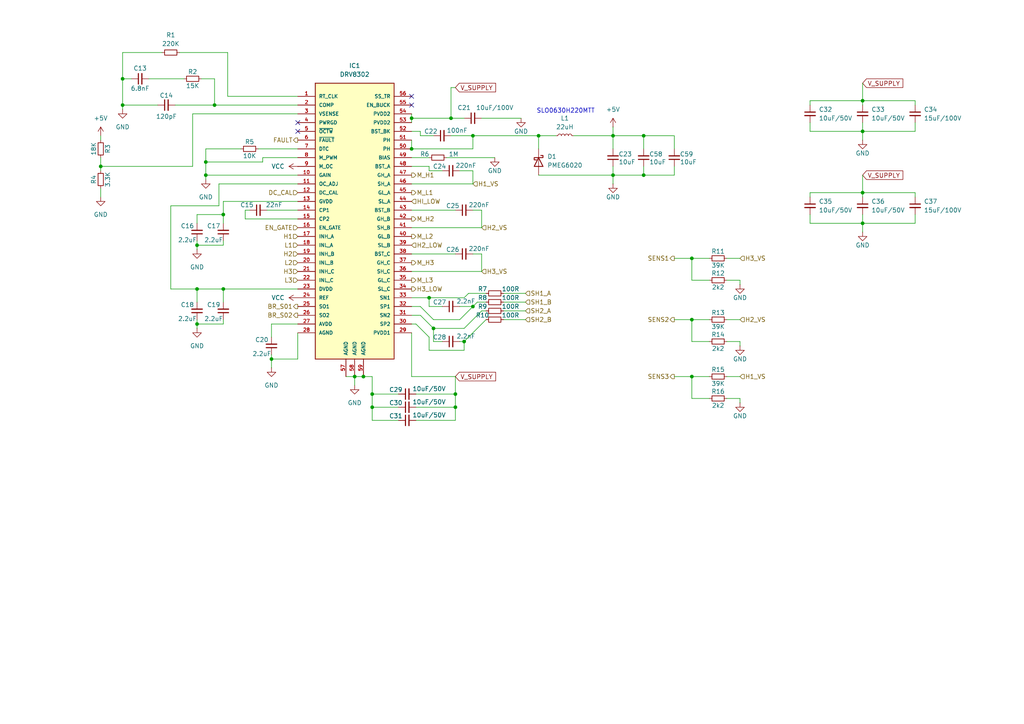
<source format=kicad_sch>
(kicad_sch (version 20231120) (generator "eeschema") (generator_version "8.0")
  (paper "A4")
  (lib_symbols
    (symbol "DRV8302:DRV8302" (pin_names (offset 1.016))
      (property "Reference" "IC1" (at 0 78.74 0))
      (property "Value" "DRV8302" (at 0 76.2 0))
      (symbol "DRV8302_0_0"
        (rectangle (start -11.43 73.66) (end 11.43 -6.35) (stroke (width 0.254)) (fill (type background)))
        (pin input line (at -16.51 69.85 0) (length 5.08) (name "RT_CLK") (number "1"))
        (pin output line (at -16.51 46.99 0) (length 5.08) (name "GAIN") (number "10"))
        (pin input line (at -16.51 44.45 0) (length 5.08) (name "OC_ADJ") (number "11"))
        (pin input line (at -16.51 41.91 0) (length 5.08) (name "DC_CAL") (number "12"))
        (pin power_in line (at -16.51 39.37 0) (length 5.08) (name "GVDD") (number "13"))
        (pin power_in line (at -16.51 36.83 0) (length 5.08) (name "CP1") (number "14"))
        (pin power_in line (at -16.51 34.29 0) (length 5.08) (name "CP2") (number "15"))
        (pin input line (at -16.51 31.75 0) (length 5.08) (name "EN_GATE") (number "16"))
        (pin input line (at -16.51 29.21 0) (length 5.08) (name "INH_A") (number "17"))
        (pin input line (at -16.51 26.67 0) (length 5.08) (name "INL_A") (number "18"))
        (pin input line (at -16.51 24.13 0) (length 5.08) (name "INH_B") (number "19"))
        (pin output line (at -16.51 67.31 0) (length 5.08) (name "COMP") (number "2"))
        (pin input line (at -16.51 21.59 0) (length 5.08) (name "INL_B") (number "20"))
        (pin input line (at -16.51 19.05 0) (length 5.08) (name "INH_C") (number "21"))
        (pin input line (at -16.51 16.51 0) (length 5.08) (name "INL_C") (number "22"))
        (pin power_in line (at -16.51 13.97 0) (length 5.08) (name "DVDD") (number "23"))
        (pin input line (at -16.51 11.43 0) (length 5.08) (name "REF") (number "24"))
        (pin output line (at -16.51 8.89 0) (length 5.08) (name "SO1") (number "25"))
        (pin output line (at -16.51 6.35 0) (length 5.08) (name "SO2") (number "26"))
        (pin power_in line (at -16.51 3.81 0) (length 5.08) (name "AVDD") (number "27"))
        (pin power_in line (at -16.51 1.27 0) (length 5.08) (name "AGND") (number "28"))
        (pin power_in line (at 16.51 1.27 180) (length 5.08) (name "PVDD1") (number "29"))
        (pin input line (at -16.51 64.77 0) (length 5.08) (name "VSENSE") (number "3"))
        (pin input line (at 16.51 3.81 180) (length 5.08) (name "SP2") (number "30"))
        (pin input line (at 16.51 6.35 180) (length 5.08) (name "SN2") (number "31"))
        (pin input line (at 16.51 8.89 180) (length 5.08) (name "SP1") (number "32"))
        (pin input line (at 16.51 11.43 180) (length 5.08) (name "SN1") (number "33"))
        (pin input line (at 16.51 13.97 180) (length 5.08) (name "SL_C") (number "34"))
        (pin output line (at 16.51 16.51 180) (length 5.08) (name "GL_C") (number "35"))
        (pin input line (at 16.51 19.05 180) (length 5.08) (name "SH_C") (number "36"))
        (pin output line (at 16.51 21.59 180) (length 5.08) (name "GH_C") (number "37"))
        (pin power_in line (at 16.51 24.13 180) (length 5.08) (name "BST_C") (number "38"))
        (pin input line (at 16.51 26.67 180) (length 5.08) (name "SL_B") (number "39"))
        (pin input line (at -16.51 62.23 0) (length 5.08) (name "PWRGD") (number "4"))
        (pin output line (at 16.51 29.21 180) (length 5.08) (name "GL_B") (number "40"))
        (pin input line (at 16.51 31.75 180) (length 5.08) (name "SH_B") (number "41"))
        (pin output line (at 16.51 34.29 180) (length 5.08) (name "GH_B") (number "42"))
        (pin power_in line (at 16.51 36.83 180) (length 5.08) (name "BST_B") (number "43"))
        (pin input line (at 16.51 39.37 180) (length 5.08) (name "SL_A") (number "44"))
        (pin output line (at 16.51 41.91 180) (length 5.08) (name "GL_A") (number "45"))
        (pin input line (at 16.51 44.45 180) (length 5.08) (name "SH_A") (number "46"))
        (pin output line (at 16.51 46.99 180) (length 5.08) (name "GH_A") (number "47"))
        (pin power_in line (at 16.51 49.53 180) (length 5.08) (name "BST_A") (number "48"))
        (pin input line (at 16.51 52.07 180) (length 5.08) (name "BIAS") (number "49"))
        (pin open_collector line (at -16.51 59.69 0) (length 5.08) (name "~{OCTW}") (number "5"))
        (pin output line (at 16.51 54.61 180) (length 5.08) (name "PH") (number "50"))
        (pin output line (at 16.51 57.15 180) (length 5.08) (name "PH") (number "51"))
        (pin power_in line (at 16.51 59.69 180) (length 5.08) (name "BST_BK") (number "52"))
        (pin bidirectional line (at 16.51 62.23 180) (length 5.08) (name "PVDD2") (number "53"))
        (pin bidirectional line (at 16.51 64.77 180) (length 5.08) (name "PVDD2") (number "54"))
        (pin input line (at 16.51 67.31 180) (length 5.08) (name "EN_BUCK") (number "55"))
        (pin input line (at 16.51 69.85 180) (length 5.08) (name "SS_TR") (number "56"))
        (pin power_in line (at -2.54 -11.43 90) (length 5.08) (name "AGND") (number "57"))
        (pin power_in line (at 0 -11.43 90) (length 5.08) (name "AGND") (number "58"))
        (pin power_in line (at 2.54 -11.43 90) (length 5.08) (name "AGND") (number "59"))
        (pin open_collector line (at -16.51 57.15 0) (length 5.08) (name "~{FAULT}") (number "6"))
        (pin input line (at -16.51 54.61 0) (length 5.08) (name "DTC") (number "7"))
        (pin input line (at -16.51 52.07 0) (length 5.08) (name "M_PWM") (number "8"))
        (pin input line (at -16.51 49.53 0) (length 5.08) (name "M_OC") (number "9"))
      )
    )
    (symbol "Device:C_Small" (pin_numbers hide) (pin_names (offset 0.254) hide)
      (property "Reference" "C" (at 0.254 1.778 0))
      (property "Value" "C_Small" (at 0.254 -2.032 0))
      (symbol "C_Small_0_1"
        (polyline (pts (xy -1.524 -0.508) (xy 1.524 -0.508)) (stroke (width 0.3302)))
        (polyline (pts (xy -1.524 0.508) (xy 1.524 0.508)) (stroke (width 0.3048)))
      )
      (symbol "C_Small_1_1"
        (pin passive line (at 0 2.54 270) (length 2.032) (name "~") (number "1"))
        (pin passive line (at 0 -2.54 90) (length 2.032) (name "~") (number "2"))
      )
    )
    (symbol "Device:D_Schottky" (pin_numbers hide) (pin_names (offset 1.016) hide)
      (property "Reference" "D" (at 0 2.54 0))
      (property "Value" "D_Schottky" (at 0 -2.54 0))
      (symbol "D_Schottky_0_1"
        (polyline (pts (xy 1.27 0) (xy -1.27 0)))
        (polyline (pts (xy 1.27 1.27) (xy 1.27 -1.27) (xy -1.27 0) (xy 1.27 1.27)) (stroke (width 0.254)))
        (polyline (pts (xy -1.905 0.635) (xy -1.905 1.27) (xy -1.27 1.27) (xy -1.27 -1.27) (xy -0.635 -1.27) (xy -0.635 -0.635)) (stroke (width 0.254)))
      )
      (symbol "D_Schottky_1_1"
        (pin passive line (at -3.81 0 0) (length 2.54) (name "K") (number "1"))
        (pin passive line (at 3.81 0 180) (length 2.54) (name "A") (number "2"))
      )
    )
    (symbol "Device:L_Small" (pin_numbers hide) (pin_names (offset 0.254) hide)
      (property "Reference" "L" (at 0.762 1.016 0))
      (property "Value" "L_Small" (at 0.762 -1.016 0))
      (symbol "L_Small_0_1"
        (arc (start 0 -2.032) (mid 0.5058 -1.524) (end 0 -1.016))
        (arc (start 0 -1.016) (mid 0.5058 -0.508) (end 0 0))
        (arc (start 0 0) (mid 0.5058 0.508) (end 0 1.016))
        (arc (start 0 1.016) (mid 0.5058 1.524) (end 0 2.032))
      )
      (symbol "L_Small_1_1"
        (pin passive line (at 0 2.54 270) (length 0.508) (name "~") (number "1"))
        (pin passive line (at 0 -2.54 90) (length 0.508) (name "~") (number "2"))
      )
    )
    (symbol "Device:R_Small" (pin_numbers hide) (pin_names (offset 0.254) hide)
      (property "Reference" "R" (at 0.762 0.508 0))
      (property "Value" "R_Small" (at 0.762 -1.016 0))
      (symbol "R_Small_0_1"
        (rectangle (start -0.762 1.778) (end 0.762 -1.778) (stroke (width 0.2032)))
      )
      (symbol "R_Small_1_1"
        (pin passive line (at 0 2.54 270) (length 0.762) (name "~") (number "1"))
        (pin passive line (at 0 -2.54 90) (length 0.762) (name "~") (number "2"))
      )
    )
    (symbol "power:+5V" (power) (pin_numbers hide) (pin_names (offset 0) hide)
      (property "Value" "+5V" (at 0 3.556 0))
      (symbol "+5V_0_1"
        (polyline (pts (xy -0.762 1.27) (xy 0 2.54)))
        (polyline (pts (xy 0 0) (xy 0 2.54)))
        (polyline (pts (xy 0 2.54) (xy 0.762 1.27)))
      )
      (symbol "+5V_1_1"
        (pin power_in line (at 0 0 90) (length 0) (name "~") (number "1"))
      )
    )
    (symbol "power:GND" (power) (pin_numbers hide) (pin_names (offset 0) hide)
      (property "Value" "GND" (at 0 -3.81 0))
      (symbol "GND_0_1"
        (polyline (pts (xy 0 0) (xy 0 -1.27) (xy 1.27 -1.27) (xy 0 -2.54) (xy -1.27 -1.27) (xy 0 -1.27)))
      )
      (symbol "GND_1_1"
        (pin power_in line (at 0 0 270) (length 0) (name "~") (number "1"))
      )
    )
    (symbol "power:VCC" (power) (pin_numbers hide) (pin_names (offset 0) hide)
      (property "Value" "VCC" (at 0 3.556 0))
      (symbol "VCC_0_1"
        (polyline (pts (xy -0.762 1.27) (xy 0 2.54)))
        (polyline (pts (xy 0 0) (xy 0 2.54)))
        (polyline (pts (xy 0 2.54) (xy 0.762 1.27)))
      )
      (symbol "VCC_1_1"
        (pin power_in line (at 0 0 90) (length 0) (name "~") (number "1"))
      )
    )
  )
  (junction (at 64.77 83.82))
  (junction (at 57.15 93.98))
  (junction (at 35.56 30.48))
  (junction (at 57.15 83.82))
  (junction (at 59.69 46.99))
  (junction (at 29.21 48.26))
  (junction (at 132.08 114.3))
  (junction (at 64.77 62.23))
  (junction (at 107.95 114.3))
  (junction (at 137.16 39.37))
  (junction (at 107.95 118.11))
  (junction (at 250.19 38.1))
  (junction (at 125.73 95.25))
  (junction (at 62.23 30.48))
  (junction (at 137.16 88.9))
  (junction (at 177.8 50.8))
  (junction (at 134.62 99.06))
  (junction (at 102.87 109.22))
  (junction (at 186.69 39.37))
  (junction (at 35.56 22.86))
  (junction (at 119.38 43.18))
  (junction (at 156.21 39.37))
  (junction (at 250.19 55.88))
  (junction (at 186.69 50.8))
  (junction (at 124.46 86.36))
  (junction (at 250.19 64.77))
  (junction (at 200.66 92.71))
  (junction (at 59.69 50.8))
  (junction (at 78.74 104.14))
  (junction (at 250.19 29.21))
  (junction (at 130.81 34.29))
  (junction (at 177.8 39.37))
  (junction (at 57.15 71.12))
  (junction (at 132.08 118.11))
  (junction (at 105.41 109.22))
  (junction (at 200.66 109.22))
  (junction (at 200.66 74.93))
  (junction (at 119.38 34.29))
  (no_connect (at 119.38 27.94))
  (no_connect (at 86.36 38.1))
  (no_connect (at 119.38 30.48))
  (no_connect (at 86.36 35.56))
  (wire (pts (xy 132.08 118.11) (xy 132.08 121.92)))
  (wire (pts (xy 71.12 60.96) (xy 71.12 63.5)))
  (wire (pts (xy 137.16 73.66) (xy 139.7 73.66)))
  (wire (pts (xy 107.95 118.11) (xy 107.95 121.92)))
  (wire (pts (xy 76.2 46.99) (xy 59.69 46.99)))
  (wire (pts (xy 63.5 59.69) (xy 49.53 59.69)))
  (wire (pts (xy 265.43 29.21) (xy 265.43 30.48)))
  (wire (pts (xy 146.05 87.63) (xy 152.4 87.63)))
  (wire (pts (xy 177.8 48.26) (xy 177.8 50.8)))
  (wire (pts (xy 137.16 43.18) (xy 137.16 39.37)))
  (wire (pts (xy 43.18 22.86) (xy 53.34 22.86)))
  (wire (pts (xy 138.43 87.63) (xy 140.97 87.63)))
  (wire (pts (xy 134.62 99.06) (xy 134.62 101.6)))
  (wire (pts (xy 50.8 30.48) (xy 62.23 30.48)))
  (wire (pts (xy 78.74 104.14) (xy 78.74 106.68)))
  (wire (pts (xy 156.21 39.37) (xy 161.29 39.37)))
  (wire (pts (xy 29.21 39.37) (xy 29.21 40.64)))
  (wire (pts (xy 195.58 109.22) (xy 200.66 109.22)))
  (wire (pts (xy 200.66 92.71) (xy 205.74 92.71)))
  (wire (pts (xy 134.62 95.25) (xy 139.7 90.17)))
  (wire (pts (xy 35.56 22.86) (xy 35.56 30.48)))
  (wire (pts (xy 139.7 60.96) (xy 139.7 66.04)))
  (wire (pts (xy 250.19 38.1) (xy 265.43 38.1)))
  (wire (pts (xy 57.15 92.71) (xy 57.15 93.98)))
  (wire (pts (xy 214.63 81.28) (xy 214.63 82.55)))
  (wire (pts (xy 200.66 99.06) (xy 200.66 92.71)))
  (wire (pts (xy 121.92 38.1) (xy 121.92 39.37)))
  (wire (pts (xy 234.95 35.56) (xy 234.95 38.1)))
  (wire (pts (xy 55.88 33.02) (xy 55.88 48.26)))
  (wire (pts (xy 250.19 38.1) (xy 250.19 40.64)))
  (wire (pts (xy 214.63 99.06) (xy 214.63 100.33)))
  (wire (pts (xy 250.19 55.88) (xy 265.43 55.88)))
  (wire (pts (xy 125.73 95.25) (xy 134.62 95.25)))
  (wire (pts (xy 195.58 74.93) (xy 200.66 74.93)))
  (wire (pts (xy 57.15 64.77) (xy 57.15 62.23)))
  (wire (pts (xy 119.38 109.22) (xy 132.08 109.22)))
  (wire (pts (xy 86.36 45.72) (xy 76.2 45.72)))
  (wire (pts (xy 210.82 99.06) (xy 214.63 99.06)))
  (wire (pts (xy 205.74 99.06) (xy 200.66 99.06)))
  (wire (pts (xy 63.5 53.34) (xy 63.5 59.69)))
  (wire (pts (xy 57.15 71.12) (xy 57.15 72.39)))
  (wire (pts (xy 64.77 58.42) (xy 64.77 62.23)))
  (wire (pts (xy 200.66 81.28) (xy 200.66 74.93)))
  (wire (pts (xy 78.74 93.98) (xy 86.36 93.98)))
  (wire (pts (xy 55.88 48.26) (xy 29.21 48.26)))
  (wire (pts (xy 210.82 109.22) (xy 214.63 109.22)))
  (wire (pts (xy 49.53 59.69) (xy 49.53 83.82)))
  (wire (pts (xy 76.2 45.72) (xy 76.2 46.99)))
  (wire (pts (xy 234.95 64.77) (xy 250.19 64.77)))
  (wire (pts (xy 250.19 35.56) (xy 250.19 38.1)))
  (wire (pts (xy 29.21 48.26) (xy 29.21 49.53)))
  (wire (pts (xy 35.56 30.48) (xy 35.56 31.75)))
  (wire (pts (xy 121.92 91.44) (xy 125.73 95.25)))
  (wire (pts (xy 130.81 34.29) (xy 134.62 34.29)))
  (wire (pts (xy 86.36 58.42) (xy 64.77 58.42)))
  (wire (pts (xy 234.95 62.23) (xy 234.95 64.77)))
  (wire (pts (xy 177.8 36.83) (xy 177.8 39.37)))
  (wire (pts (xy 200.66 74.93) (xy 205.74 74.93)))
  (wire (pts (xy 45.72 30.48) (xy 35.56 30.48)))
  (wire (pts (xy 124.46 48.26) (xy 124.46 49.53)))
  (wire (pts (xy 57.15 62.23) (xy 64.77 62.23)))
  (wire (pts (xy 210.82 81.28) (xy 214.63 81.28)))
  (wire (pts (xy 132.08 114.3) (xy 132.08 118.11)))
  (wire (pts (xy 59.69 43.18) (xy 69.85 43.18)))
  (wire (pts (xy 134.62 86.36) (xy 135.89 85.09)))
  (wire (pts (xy 119.38 93.98) (xy 120.65 93.98)))
  (wire (pts (xy 210.82 92.71) (xy 214.63 92.71)))
  (wire (pts (xy 186.69 39.37) (xy 186.69 43.18)))
  (wire (pts (xy 86.36 96.52) (xy 86.36 104.14)))
  (wire (pts (xy 195.58 92.71) (xy 200.66 92.71)))
  (wire (pts (xy 86.36 53.34) (xy 63.5 53.34)))
  (wire (pts (xy 119.38 66.04) (xy 139.7 66.04)))
  (wire (pts (xy 195.58 39.37) (xy 186.69 39.37)))
  (wire (pts (xy 52.07 15.24) (xy 66.04 15.24)))
  (wire (pts (xy 119.38 33.02) (xy 119.38 34.29)))
  (wire (pts (xy 58.42 22.86) (xy 62.23 22.86)))
  (wire (pts (xy 250.19 50.8) (xy 250.19 55.88)))
  (wire (pts (xy 100.33 109.22) (xy 102.87 109.22)))
  (wire (pts (xy 119.38 86.36) (xy 124.46 86.36)))
  (wire (pts (xy 119.38 73.66) (xy 132.08 73.66)))
  (wire (pts (xy 124.46 97.79) (xy 124.46 101.6)))
  (wire (pts (xy 137.16 88.9) (xy 138.43 87.63)))
  (wire (pts (xy 49.53 83.82) (xy 57.15 83.82)))
  (wire (pts (xy 119.38 60.96) (xy 132.08 60.96)))
  (wire (pts (xy 129.54 45.72) (xy 143.51 45.72)))
  (wire (pts (xy 124.46 86.36) (xy 124.46 88.9)))
  (wire (pts (xy 130.81 25.4) (xy 130.81 34.29)))
  (wire (pts (xy 139.7 90.17) (xy 140.97 90.17)))
  (wire (pts (xy 250.19 24.13) (xy 250.19 29.21)))
  (wire (pts (xy 59.69 50.8) (xy 59.69 52.07)))
  (wire (pts (xy 134.62 99.06) (xy 140.97 92.71)))
  (wire (pts (xy 137.16 49.53) (xy 133.35 49.53)))
  (wire (pts (xy 59.69 43.18) (xy 59.69 46.99)))
  (wire (pts (xy 124.46 49.53) (xy 128.27 49.53)))
  (wire (pts (xy 46.99 15.24) (xy 35.56 15.24)))
  (wire (pts (xy 186.69 39.37) (xy 177.8 39.37)))
  (wire (pts (xy 64.77 83.82) (xy 57.15 83.82)))
  (wire (pts (xy 234.95 29.21) (xy 250.19 29.21)))
  (wire (pts (xy 177.8 50.8) (xy 177.8 53.34)))
  (wire (pts (xy 133.35 88.9) (xy 137.16 88.9)))
  (wire (pts (xy 102.87 109.22) (xy 102.87 111.76)))
  (wire (pts (xy 120.65 121.92) (xy 132.08 121.92)))
  (wire (pts (xy 195.58 43.18) (xy 195.58 39.37)))
  (wire (pts (xy 119.38 88.9) (xy 121.92 88.9)))
  (wire (pts (xy 137.16 39.37) (xy 130.81 39.37)))
  (wire (pts (xy 135.89 85.09) (xy 140.97 85.09)))
  (wire (pts (xy 78.74 102.87) (xy 78.74 104.14)))
  (wire (pts (xy 146.05 90.17) (xy 152.4 90.17)))
  (wire (pts (xy 137.16 60.96) (xy 139.7 60.96)))
  (wire (pts (xy 234.95 38.1) (xy 250.19 38.1)))
  (wire (pts (xy 86.36 30.48) (xy 62.23 30.48)))
  (wire (pts (xy 137.16 39.37) (xy 156.21 39.37)))
  (wire (pts (xy 64.77 71.12) (xy 64.77 69.85)))
  (wire (pts (xy 132.08 25.4) (xy 130.81 25.4)))
  (wire (pts (xy 120.65 114.3) (xy 132.08 114.3)))
  (wire (pts (xy 125.73 92.71) (xy 133.35 92.71)))
  (wire (pts (xy 124.46 101.6) (xy 134.62 101.6)))
  (wire (pts (xy 125.73 95.25) (xy 125.73 99.06)))
  (wire (pts (xy 210.82 74.93) (xy 214.63 74.93)))
  (wire (pts (xy 102.87 109.22) (xy 105.41 109.22)))
  (wire (pts (xy 124.46 86.36) (xy 134.62 86.36)))
  (wire (pts (xy 107.95 121.92) (xy 115.57 121.92)))
  (wire (pts (xy 139.7 34.29) (xy 151.13 34.29)))
  (wire (pts (xy 139.7 73.66) (xy 139.7 78.74)))
  (wire (pts (xy 86.36 33.02) (xy 55.88 33.02)))
  (wire (pts (xy 156.21 50.8) (xy 177.8 50.8)))
  (wire (pts (xy 35.56 22.86) (xy 38.1 22.86)))
  (wire (pts (xy 119.38 34.29) (xy 130.81 34.29)))
  (wire (pts (xy 200.66 109.22) (xy 205.74 109.22)))
  (wire (pts (xy 64.77 62.23) (xy 64.77 64.77)))
  (wire (pts (xy 57.15 71.12) (xy 64.77 71.12)))
  (wire (pts (xy 121.92 88.9) (xy 125.73 92.71)))
  (wire (pts (xy 78.74 97.79) (xy 78.74 93.98)))
  (wire (pts (xy 62.23 22.86) (xy 62.23 30.48)))
  (wire (pts (xy 66.04 27.94) (xy 86.36 27.94)))
  (wire (pts (xy 29.21 45.72) (xy 29.21 48.26)))
  (wire (pts (xy 35.56 15.24) (xy 35.56 22.86)))
  (wire (pts (xy 57.15 93.98) (xy 57.15 95.25)))
  (wire (pts (xy 186.69 50.8) (xy 177.8 50.8)))
  (wire (pts (xy 210.82 115.57) (xy 214.63 115.57)))
  (wire (pts (xy 64.77 83.82) (xy 64.77 87.63)))
  (wire (pts (xy 250.19 55.88) (xy 250.19 57.15)))
  (wire (pts (xy 205.74 81.28) (xy 200.66 81.28)))
  (wire (pts (xy 119.38 45.72) (xy 124.46 45.72)))
  (wire (pts (xy 265.43 35.56) (xy 265.43 38.1)))
  (wire (pts (xy 59.69 46.99) (xy 59.69 50.8)))
  (wire (pts (xy 74.93 43.18) (xy 86.36 43.18)))
  (wire (pts (xy 132.08 109.22) (xy 132.08 114.3)))
  (wire (pts (xy 107.95 114.3) (xy 115.57 114.3)))
  (wire (pts (xy 133.35 99.06) (xy 134.62 99.06)))
  (wire (pts (xy 57.15 83.82) (xy 57.15 87.63)))
  (wire (pts (xy 29.21 54.61) (xy 29.21 57.15)))
  (wire (pts (xy 120.65 118.11) (xy 132.08 118.11)))
  (wire (pts (xy 146.05 92.71) (xy 152.4 92.71)))
  (wire (pts (xy 250.19 62.23) (xy 250.19 64.77)))
  (wire (pts (xy 86.36 104.14) (xy 78.74 104.14)))
  (wire (pts (xy 250.19 29.21) (xy 265.43 29.21)))
  (wire (pts (xy 119.38 96.52) (xy 119.38 109.22)))
  (wire (pts (xy 119.38 34.29) (xy 119.38 35.56)))
  (wire (pts (xy 119.38 78.74) (xy 139.7 78.74)))
  (wire (pts (xy 146.05 85.09) (xy 152.4 85.09)))
  (wire (pts (xy 77.47 60.96) (xy 86.36 60.96)))
  (wire (pts (xy 265.43 55.88) (xy 265.43 57.15)))
  (wire (pts (xy 124.46 88.9) (xy 128.27 88.9)))
  (wire (pts (xy 250.19 29.21) (xy 250.19 30.48)))
  (wire (pts (xy 234.95 57.15) (xy 234.95 55.88)))
  (wire (pts (xy 57.15 69.85) (xy 57.15 71.12)))
  (wire (pts (xy 119.38 48.26) (xy 124.46 48.26)))
  (wire (pts (xy 71.12 63.5) (xy 86.36 63.5)))
  (wire (pts (xy 120.65 93.98) (xy 124.46 97.79)))
  (wire (pts (xy 107.95 114.3) (xy 107.95 118.11)))
  (wire (pts (xy 265.43 62.23) (xy 265.43 64.77)))
  (wire (pts (xy 234.95 55.88) (xy 250.19 55.88)))
  (wire (pts (xy 119.38 43.18) (xy 137.16 43.18)))
  (wire (pts (xy 119.38 91.44) (xy 121.92 91.44)))
  (wire (pts (xy 86.36 83.82) (xy 64.77 83.82)))
  (wire (pts (xy 177.8 39.37) (xy 177.8 43.18)))
  (wire (pts (xy 200.66 115.57) (xy 200.66 109.22)))
  (wire (pts (xy 125.73 99.06) (xy 128.27 99.06)))
  (wire (pts (xy 133.35 92.71) (xy 137.16 88.9)))
  (wire (pts (xy 250.19 64.77) (xy 250.19 67.31)))
  (wire (pts (xy 234.95 30.48) (xy 234.95 29.21)))
  (wire (pts (xy 137.16 53.34) (xy 137.16 49.53)))
  (wire (pts (xy 66.04 15.24) (xy 66.04 27.94)))
  (wire (pts (xy 121.92 39.37) (xy 125.73 39.37)))
  (wire (pts (xy 119.38 53.34) (xy 137.16 53.34)))
  (wire (pts (xy 156.21 43.18) (xy 156.21 39.37)))
  (wire (pts (xy 205.74 115.57) (xy 200.66 115.57)))
  (wire (pts (xy 107.95 109.22) (xy 107.95 114.3)))
  (wire (pts (xy 72.39 60.96) (xy 71.12 60.96)))
  (wire (pts (xy 195.58 48.26) (xy 195.58 50.8)))
  (wire (pts (xy 119.38 38.1) (xy 121.92 38.1)))
  (wire (pts (xy 59.69 50.8) (xy 86.36 50.8)))
  (wire (pts (xy 64.77 93.98) (xy 64.77 92.71)))
  (wire (pts (xy 57.15 93.98) (xy 64.77 93.98)))
  (wire (pts (xy 250.19 64.77) (xy 265.43 64.77)))
  (wire (pts (xy 105.41 109.22) (xy 107.95 109.22)))
  (wire (pts (xy 195.58 50.8) (xy 186.69 50.8)))
  (wire (pts (xy 107.95 118.11) (xy 115.57 118.11)))
  (wire (pts (xy 166.37 39.37) (xy 177.8 39.37)))
  (wire (pts (xy 214.63 115.57) (xy 214.63 116.84)))
  (wire (pts (xy 119.38 40.64) (xy 119.38 43.18)))
  (wire (pts (xy 186.69 48.26) (xy 186.69 50.8)))
  (text "SLO0630H220MTT\n" (at 164.084 32.258 0) (effects (font (size 1.27 1.27))))
  (global_label "V_SUPPLY" (shape input) (at 132.08 109.22 0) (property "Intersheetrefs" "${INTERSHEET_REFS}" (effects (hide yes))))
  (global_label "V_SUPPLY" (shape input) (at 132.08 25.4 0) (property "Intersheetrefs" "${INTERSHEET_REFS}" (effects (hide yes))))
  (global_label "V_SUPPLY" (shape input) (at 250.19 24.13 0) (property "Intersheetrefs" "${INTERSHEET_REFS}" (effects (hide yes))))
  (global_label "V_SUPPLY" (shape input) (at 250.19 50.8 0) (property "Intersheetrefs" "${INTERSHEET_REFS}" (effects (hide yes))))
  (hierarchical_label "SENS3" (shape output) (at 195.58 109.22 180))
  (hierarchical_label "SH1_B" (shape input) (at 152.4 87.63 0))
  (hierarchical_label "L1" (shape input) (at 86.36 71.12 180))
  (hierarchical_label "M_L1" (shape output) (at 119.38 55.88 0))
  (hierarchical_label "H1" (shape input) (at 86.36 68.58 180))
  (hierarchical_label "BR_S02" (shape output) (at 86.36 91.44 180))
  (hierarchical_label "SH2_A" (shape input) (at 152.4 90.17 0))
  (hierarchical_label "H2_VS" (shape input) (at 139.7 66.04 0))
  (hierarchical_label "H1_VS" (shape input) (at 137.16 53.34 0))
  (hierarchical_label "H2" (shape input) (at 86.36 73.66 180))
  (hierarchical_label "SENS1" (shape output) (at 195.58 74.93 180))
  (hierarchical_label "FAULT" (shape output) (at 86.36 40.64 180))
  (hierarchical_label "H3_LOW" (shape output) (at 119.38 83.82 0))
  (hierarchical_label "L2" (shape input) (at 86.36 76.2 180))
  (hierarchical_label "L3" (shape input) (at 86.36 81.28 180))
  (hierarchical_label "SH2_B" (shape input) (at 152.4 92.71 0))
  (hierarchical_label "M_L2" (shape output) (at 119.38 68.58 0))
  (hierarchical_label "H3" (shape input) (at 86.36 78.74 180))
  (hierarchical_label "BR_S01" (shape output) (at 86.36 88.9 180))
  (hierarchical_label "M_H1" (shape output) (at 119.38 50.8 0))
  (hierarchical_label "EN_GATE" (shape input) (at 86.36 66.04 180))
  (hierarchical_label "SENS2" (shape output) (at 195.58 92.71 180))
  (hierarchical_label "SH1_A" (shape input) (at 152.4 85.09 0))
  (hierarchical_label "H2_VS" (shape input) (at 214.63 92.71 0))
  (hierarchical_label "HI_LOW" (shape input) (at 119.38 58.42 0))
  (hierarchical_label "H2_LOW" (shape input) (at 119.38 71.12 0))
  (hierarchical_label "DC_CAL" (shape input) (at 86.36 55.88 180))
  (hierarchical_label "H3_VS" (shape input) (at 139.7 78.74 0))
  (hierarchical_label "M_H3" (shape output) (at 119.38 76.2 0))
  (hierarchical_label "H3_VS" (shape input) (at 214.63 74.93 0))
  (hierarchical_label "M_H2" (shape output) (at 119.38 63.5 0))
  (hierarchical_label "H1_VS" (shape input) (at 214.63 109.22 0))
  (hierarchical_label "M_L3" (shape output) (at 119.38 81.28 0))
  (symbol (lib_id "Device:C_Small") (at 265.43 59.69 0) (unit 1)
    (property "Reference" "C37" (at 267.97 58.4262 0) (effects (justify left)))
    (property "Value" "15uF/100V" (at 267.97 60.9662 0) (effects (justify left)))
    (property "Footprint" "Capacitor_SMD:C_2220_5750Metric" (effects (hide yes)))
    (property "Description" "Unpolarized capacitor, small symbol" (effects (hide yes)))
  )
  (symbol (lib_id "power:GND") (at 35.56 31.75 0) (unit 1)
    (property "Reference" "#PWR014" (effects (hide yes)))
    (property "Value" "GND" (at 35.56 36.83 0))
    (property "Description" "Power symbol creates a global label with name \"GND\" , ground" (effects (hide yes)))
  )
  (symbol (lib_id "power:VCC") (at 86.36 86.36 90) (unit 1)
    (property "Reference" "#PWR019" (effects (hide yes)))
    (property "Value" "VCC" (at 82.55 86.3599 90) (effects (justify left)))
    (property "Description" "Power symbol creates a global label with name \"VCC\"" (effects (hide yes)))
  )
  (symbol (lib_id "Device:C_Small") (at 78.74 100.33 180) (unit 1)
    (property "Reference" "C20" (at 75.946 98.552 0))
    (property "Value" "2.2uF" (at 75.946 102.616 0))
    (property "Footprint" "Capacitor_SMD:C_0603_1608Metric" (effects (hide yes)))
    (property "Description" "Unpolarized capacitor, small symbol" (effects (hide yes)))
  )
  (symbol (lib_id "Device:C_Small") (at 137.16 34.29 90) (unit 1)
    (property "Reference" "C21" (at 134.62 31.242 90))
    (property "Value" "10uF/100V" (at 143.51 31.242 90))
    (property "Footprint" "Capacitor_SMD:C_0805_2012Metric" (effects (hide yes)))
    (property "Description" "Unpolarized capacitor, small symbol" (effects (hide yes)))
  )
  (symbol (lib_id "power:GND") (at 250.19 67.31 0) (unit 1)
    (property "Reference" "#PWR032" (effects (hide yes)))
    (property "Value" "GND" (at 250.19 71.12 0))
    (property "Description" "Power symbol creates a global label with name \"GND\" , ground" (effects (hide yes)))
  )
  (symbol (lib_id "Device:R_Small") (at 143.51 85.09 90) (unit 1)
    (property "Reference" "R7" (at 139.954 83.82 90))
    (property "Value" "100R" (at 148.082 83.82 90))
    (property "Footprint" "Resistor_SMD:R_0603_1608Metric" (effects (hide yes)))
    (property "Description" "Resistor, small symbol" (effects (hide yes)))
  )
  (symbol (lib_id "Device:C_Small") (at 57.15 67.31 180) (unit 1)
    (property "Reference" "C16" (at 54.356 65.532 0))
    (property "Value" "2.2uF" (at 54.356 69.596 0))
    (property "Footprint" "Capacitor_SMD:C_0603_1608Metric" (effects (hide yes)))
    (property "Description" "Unpolarized capacitor, small symbol" (effects (hide yes)))
  )
  (symbol (lib_id "Device:R_Small") (at 208.28 115.57 90) (unit 1)
    (property "Reference" "R16" (at 208.28 113.538 90))
    (property "Value" "2k2" (at 208.28 117.602 90))
    (property "Footprint" "Resistor_SMD:R_0603_1608Metric" (effects (hide yes)))
    (property "Description" "Resistor, small symbol" (effects (hide yes)))
  )
  (symbol (lib_id "Device:C_Small") (at 130.81 49.53 90) (unit 1)
    (property "Reference" "C24" (at 127.508 48.26 90))
    (property "Value" "220nF" (at 135.128 48.006 90))
    (property "Footprint" "Capacitor_SMD:C_0603_1608Metric" (effects (hide yes)))
    (property "Description" "Unpolarized capacitor, small symbol" (effects (hide yes)))
  )
  (symbol (lib_id "Device:C_Small") (at 250.19 33.02 0) (unit 1)
    (property "Reference" "C33" (at 252.73 31.7562 0) (effects (justify left)))
    (property "Value" "10uF/50V" (at 252.73 34.2962 0) (effects (justify left)))
    (property "Footprint" "Capacitor_SMD:C_1206_3216Metric" (effects (hide yes)))
    (property "Description" "Unpolarized capacitor, small symbol" (effects (hide yes)))
  )
  (symbol (lib_id "power:GND") (at 102.87 111.76 0) (unit 1)
    (property "Reference" "#PWR023" (effects (hide yes)))
    (property "Value" "GND" (at 102.87 116.84 0))
    (property "Description" "Power symbol creates a global label with name \"GND\" , ground" (effects (hide yes)))
  )
  (symbol (lib_id "Device:C_Small") (at 177.8 45.72 180) (unit 1)
    (property "Reference" "C23" (at 181.356 44.704 0))
    (property "Value" "10uF" (at 181.864 46.99 0))
    (property "Footprint" "Capacitor_SMD:C_0805_2012Metric" (effects (hide yes)))
    (property "Description" "Unpolarized capacitor, small symbol" (effects (hide yes)))
  )
  (symbol (lib_id "Device:C_Small") (at 40.64 22.86 90) (unit 1)
    (property "Reference" "C13" (at 40.64 19.812 90))
    (property "Value" "6.8nF" (at 40.64 25.654 90))
    (property "Footprint" "Capacitor_SMD:C_0603_1608Metric" (effects (hide yes)))
    (property "Description" "Unpolarized capacitor, small symbol" (effects (hide yes)))
  )
  (symbol (lib_id "Device:R_Small") (at 55.88 22.86 90) (unit 1)
    (property "Reference" "R2" (at 55.88 20.828 90))
    (property "Value" "15K" (at 55.88 24.892 90))
    (property "Footprint" "Resistor_SMD:R_0603_1608Metric" (effects (hide yes)))
    (property "Description" "Resistor, small symbol" (effects (hide yes)))
  )
  (symbol (lib_id "power:+5V") (at 177.8 36.83 0) (unit 1)
    (property "Reference" "#PWR026" (effects (hide yes)))
    (property "Value" "+5V" (at 177.8 31.75 0))
    (property "Description" "Power symbol creates a global label with name \"+5V\"" (effects (hide yes)))
  )
  (symbol (lib_id "Device:C_Small") (at 64.77 67.31 180) (unit 1)
    (property "Reference" "C17" (at 61.976 65.532 0))
    (property "Value" "2.2uF" (at 61.976 69.596 0))
    (property "Footprint" "Capacitor_SMD:C_0603_1608Metric" (effects (hide yes)))
    (property "Description" "Unpolarized capacitor, small symbol" (effects (hide yes)))
  )
  (symbol (lib_id "power:GND") (at 214.63 100.33 0) (unit 1)
    (property "Reference" "#PWR029" (effects (hide yes)))
    (property "Value" "GND" (at 214.63 104.14 0))
    (property "Description" "Power symbol creates a global label with name \"GND\" , ground" (effects (hide yes)))
  )
  (symbol (lib_id "Device:C_Small") (at 64.77 90.17 180) (unit 1)
    (property "Reference" "C19" (at 61.976 88.392 0))
    (property "Value" "2.2uF" (at 61.976 92.456 0))
    (property "Footprint" "Capacitor_SMD:C_0603_1608Metric" (effects (hide yes)))
    (property "Description" "Unpolarized capacitor, small symbol" (effects (hide yes)))
  )
  (symbol (lib_id "Device:R_Small") (at 208.28 74.93 90) (unit 1)
    (property "Reference" "R11" (at 208.28 72.898 90))
    (property "Value" "39K" (at 208.28 76.962 90))
    (property "Footprint" "Resistor_SMD:R_0603_1608Metric" (effects (hide yes)))
    (property "Description" "Resistor, small symbol" (effects (hide yes)))
  )
  (symbol (lib_id "DRV8302:DRV8302") (at 102.87 97.79 0) (unit 1)
    (property "Reference" "IC1" (at 102.87 19.05 0))
    (property "Value" "DRV8302" (at 102.87 21.59 0))
    (property "Footprint" "DRV8302:TSSOP-56_3" (effects (hide yes)))
    (property "MF" "Texas Instruments" (effects (hide yes)))
    (property "Description_1" "\n                        \n                            Motor Driver 56-Pin HTSSOP EP Tube\n                        \n" (effects (hide yes)))
    (property "Package" "None" (effects (hide yes)))
    (property "Price" "None" (effects (hide yes)))
    (property "SnapEDA_Link" "https://www.snapeda.com/parts/DRV8302/Texas+Instruments/view-part/?ref=snap" (effects (hide yes)))
    (property "MP" "DRV8302" (effects (hide yes)))
    (property "Availability" "In Stock" (effects (hide yes)))
    (property "Check_prices" "https://www.snapeda.com/parts/DRV8302/Texas+Instruments/view-part/?ref=eda" (effects (hide yes)))
  )
  (symbol (lib_id "Device:C_Small") (at 118.11 121.92 90) (unit 1)
    (property "Reference" "C31" (at 114.808 120.65 90))
    (property "Value" "10uF/50V" (at 124.46 120.396 90))
    (property "Footprint" "Capacitor_SMD:C_0805_2012Metric" (effects (hide yes)))
    (property "Description" "Unpolarized capacitor, small symbol" (effects (hide yes)))
  )
  (symbol (lib_id "Device:R_Small") (at 29.21 52.07 180) (unit 1)
    (property "Reference" "R4" (at 27.178 52.07 90))
    (property "Value" "3.3K" (at 31.242 52.07 90))
    (property "Footprint" "Resistor_SMD:R_0603_1608Metric" (effects (hide yes)))
    (property "Description" "Resistor, small symbol" (effects (hide yes)))
  )
  (symbol (lib_id "Device:L_Small") (at 163.83 39.37 90) (unit 1)
    (property "Reference" "L1" (at 163.83 34.29 90))
    (property "Value" "22uH" (at 163.83 36.83 90))
    (property "Footprint" "Inductor_SMD:L_Chilisin_BMRB00060612" (effects (hide yes)))
    (property "Description" "Inductor, small symbol" (effects (hide yes)))
  )
  (symbol (lib_id "Device:R_Small") (at 208.28 81.28 90) (unit 1)
    (property "Reference" "R12" (at 208.28 79.248 90))
    (property "Value" "2k2" (at 208.28 83.312 90))
    (property "Footprint" "Resistor_SMD:R_0603_1608Metric" (effects (hide yes)))
    (property "Description" "Resistor, small symbol" (effects (hide yes)))
  )
  (symbol (lib_id "power:VCC") (at 86.36 48.26 90) (unit 1)
    (property "Reference" "#PWR018" (effects (hide yes)))
    (property "Value" "VCC" (at 82.55 48.2599 90) (effects (justify left)))
    (property "Description" "Power symbol creates a global label with name \"VCC\"" (effects (hide yes)))
  )
  (symbol (lib_id "Device:C_Small") (at 130.81 99.06 90) (unit 1)
    (property "Reference" "C28" (at 127.508 97.79 90))
    (property "Value" "2.2nF" (at 135.128 97.536 90))
    (property "Footprint" "Capacitor_SMD:C_0603_1608Metric" (effects (hide yes)))
    (property "Description" "Unpolarized capacitor, small symbol" (effects (hide yes)))
  )
  (symbol (lib_id "power:GND") (at 250.19 40.64 0) (unit 1)
    (property "Reference" "#PWR031" (effects (hide yes)))
    (property "Value" "GND" (at 250.19 44.45 0))
    (property "Description" "Power symbol creates a global label with name \"GND\" , ground" (effects (hide yes)))
  )
  (symbol (lib_id "Device:C_Small") (at 118.11 118.11 90) (unit 1)
    (property "Reference" "C30" (at 114.808 116.84 90))
    (property "Value" "10uF/50V" (at 124.46 116.586 90))
    (property "Footprint" "Capacitor_SMD:C_0805_2012Metric" (effects (hide yes)))
    (property "Description" "Unpolarized capacitor, small symbol" (effects (hide yes)))
  )
  (symbol (lib_id "power:GND") (at 177.8 53.34 0) (unit 1)
    (property "Reference" "#PWR025" (effects (hide yes)))
    (property "Value" "GND" (at 177.8 57.15 0))
    (property "Description" "Power symbol creates a global label with name \"GND\" , ground" (effects (hide yes)))
  )
  (symbol (lib_id "Device:R_Small") (at 72.39 43.18 90) (unit 1)
    (property "Reference" "R5" (at 72.39 41.148 90))
    (property "Value" "10K" (at 72.39 45.212 90))
    (property "Footprint" "Resistor_SMD:R_0603_1608Metric" (effects (hide yes)))
    (property "Description" "Resistor, small symbol" (effects (hide yes)))
  )
  (symbol (lib_id "power:GND") (at 57.15 72.39 0) (unit 1)
    (property "Reference" "#PWR020" (effects (hide yes)))
    (property "Value" "GND" (at 57.15 77.47 0))
    (property "Description" "Power symbol creates a global label with name \"GND\" , ground" (effects (hide yes)))
  )
  (symbol (lib_id "Device:C_Small") (at 195.58 45.72 180) (unit 1)
    (property "Reference" "C59" (at 199.136 44.704 0))
    (property "Value" "10uF" (at 199.644 46.99 0))
    (property "Footprint" "Capacitor_SMD:C_0805_2012Metric" (effects (hide yes)))
    (property "Description" "Unpolarized capacitor, small symbol" (effects (hide yes)))
  )
  (symbol (lib_id "Device:R_Small") (at 143.51 90.17 90) (unit 1)
    (property "Reference" "R9" (at 139.954 88.9 90))
    (property "Value" "100R" (at 148.082 88.9 90))
    (property "Footprint" "Resistor_SMD:R_0603_1608Metric" (effects (hide yes)))
    (property "Description" "Resistor, small symbol" (effects (hide yes)))
  )
  (symbol (lib_id "Device:R_Small") (at 29.21 43.18 0) (unit 1)
    (property "Reference" "R3" (at 31.242 43.18 90))
    (property "Value" "18K" (at 27.178 43.18 90))
    (property "Footprint" "Resistor_SMD:R_0603_1608Metric" (effects (hide yes)))
    (property "Description" "Resistor, small symbol" (effects (hide yes)))
  )
  (symbol (lib_id "power:GND") (at 151.13 34.29 0) (unit 1)
    (property "Reference" "#PWR024" (effects (hide yes)))
    (property "Value" "GND" (at 151.13 38.1 0))
    (property "Description" "Power symbol creates a global label with name \"GND\" , ground" (effects (hide yes)))
  )
  (symbol (lib_id "Device:C_Small") (at 74.93 60.96 90) (unit 1)
    (property "Reference" "C15" (at 71.628 59.436 90))
    (property "Value" "22nF" (at 79.502 59.436 90))
    (property "Footprint" "Capacitor_SMD:C_0603_1608Metric" (effects (hide yes)))
    (property "Description" "Unpolarized capacitor, small symbol" (effects (hide yes)))
  )
  (symbol (lib_id "Device:C_Small") (at 118.11 114.3 90) (unit 1)
    (property "Reference" "C29" (at 114.808 113.03 90))
    (property "Value" "10uF/50V" (at 124.46 112.776 90))
    (property "Footprint" "Capacitor_SMD:C_0805_2012Metric" (effects (hide yes)))
    (property "Description" "Unpolarized capacitor, small symbol" (effects (hide yes)))
  )
  (symbol (lib_id "power:GND") (at 78.74 106.68 0) (unit 1)
    (property "Reference" "#PWR022" (effects (hide yes)))
    (property "Value" "GND" (at 78.74 111.76 0))
    (property "Description" "Power symbol creates a global label with name \"GND\" , ground" (effects (hide yes)))
  )
  (symbol (lib_id "power:GND") (at 59.69 52.07 0) (unit 1)
    (property "Reference" "#PWR017" (effects (hide yes)))
    (property "Value" "GND" (at 59.69 57.15 0))
    (property "Description" "Power symbol creates a global label with name \"GND\" , ground" (effects (hide yes)))
  )
  (symbol (lib_id "Device:R_Small") (at 127 45.72 90) (unit 1)
    (property "Reference" "R6" (at 123.19 44.704 90))
    (property "Value" "1M" (at 131.572 44.704 90))
    (property "Footprint" "Resistor_SMD:R_0603_1608Metric" (effects (hide yes)))
    (property "Description" "Resistor, small symbol" (effects (hide yes)))
  )
  (symbol (lib_id "Device:C_Small") (at 186.69 45.72 180) (unit 1)
    (property "Reference" "C58" (at 190.246 44.704 0))
    (property "Value" "10uF" (at 190.754 46.99 0))
    (property "Footprint" "Capacitor_SMD:C_0805_2012Metric" (effects (hide yes)))
    (property "Description" "Unpolarized capacitor, small symbol" (effects (hide yes)))
  )
  (symbol (lib_id "power:GND") (at 57.15 95.25 0) (unit 1)
    (property "Reference" "#PWR021" (effects (hide yes)))
    (property "Value" "GND" (at 57.15 100.33 0))
    (property "Description" "Power symbol creates a global label with name \"GND\" , ground" (effects (hide yes)))
  )
  (symbol (lib_id "power:GND") (at 214.63 116.84 0) (unit 1)
    (property "Reference" "#PWR030" (effects (hide yes)))
    (property "Value" "GND" (at 214.63 120.65 0))
    (property "Description" "Power symbol creates a global label with name \"GND\" , ground" (effects (hide yes)))
  )
  (symbol (lib_id "Device:C_Small") (at 128.27 39.37 90) (unit 1)
    (property "Reference" "C22" (at 124.968 38.1 90))
    (property "Value" "100nF" (at 132.588 37.846 90))
    (property "Footprint" "Capacitor_SMD:C_0805_2012Metric" (effects (hide yes)))
    (property "Description" "Unpolarized capacitor, small symbol" (effects (hide yes)))
  )
  (symbol (lib_id "Device:C_Small") (at 134.62 60.96 90) (unit 1)
    (property "Reference" "C25" (at 131.318 59.69 90))
    (property "Value" "220nF" (at 138.938 59.436 90))
    (property "Footprint" "Capacitor_SMD:C_0603_1608Metric" (effects (hide yes)))
    (property "Description" "Unpolarized capacitor, small symbol" (effects (hide yes)))
  )
  (symbol (lib_id "Device:D_Schottky") (at 156.21 46.99 270) (unit 1)
    (property "Reference" "D1" (at 158.75 45.4024 90) (effects (justify left)))
    (property "Value" "PMEG6020" (at 158.75 47.9424 90) (effects (justify left)))
    (property "Footprint" "Diode_SMD:D_SOD-123F" (effects (hide yes)))
    (property "Description" "Schottky diode" (effects (hide yes)))
  )
  (symbol (lib_id "Device:C_Small") (at 134.62 73.66 90) (unit 1)
    (property "Reference" "C26" (at 131.318 72.39 90))
    (property "Value" "220nF" (at 138.938 72.136 90))
    (property "Footprint" "Capacitor_SMD:C_0603_1608Metric" (effects (hide yes)))
    (property "Description" "Unpolarized capacitor, small symbol" (effects (hide yes)))
  )
  (symbol (lib_id "Device:C_Small") (at 234.95 59.69 0) (unit 1)
    (property "Reference" "C35" (at 237.49 58.4262 0) (effects (justify left)))
    (property "Value" "10uF/50V" (at 237.49 60.9662 0) (effects (justify left)))
    (property "Footprint" "Capacitor_SMD:C_1206_3216Metric" (effects (hide yes)))
    (property "Description" "Unpolarized capacitor, small symbol" (effects (hide yes)))
  )
  (symbol (lib_id "Device:C_Small") (at 130.81 88.9 90) (unit 1)
    (property "Reference" "C27" (at 127.508 87.63 90))
    (property "Value" "2.2nF" (at 135.128 87.376 90))
    (property "Footprint" "Capacitor_SMD:C_0603_1608Metric" (effects (hide yes)))
    (property "Description" "Unpolarized capacitor, small symbol" (effects (hide yes)))
  )
  (symbol (lib_id "Device:R_Small") (at 208.28 92.71 90) (unit 1)
    (property "Reference" "R13" (at 208.28 90.678 90))
    (property "Value" "39K" (at 208.28 94.742 90))
    (property "Footprint" "Resistor_SMD:R_0603_1608Metric" (effects (hide yes)))
    (property "Description" "Resistor, small symbol" (effects (hide yes)))
  )
  (symbol (lib_id "Device:R_Small") (at 208.28 109.22 90) (unit 1)
    (property "Reference" "R15" (at 208.28 107.188 90))
    (property "Value" "39K" (at 208.28 111.252 90))
    (property "Footprint" "Resistor_SMD:R_0603_1608Metric" (effects (hide yes)))
    (property "Description" "Resistor, small symbol" (effects (hide yes)))
  )
  (symbol (lib_id "Device:R_Small") (at 208.28 99.06 90) (unit 1)
    (property "Reference" "R14" (at 208.28 97.028 90))
    (property "Value" "2k2" (at 208.28 101.092 90))
    (property "Footprint" "Resistor_SMD:R_0603_1608Metric" (effects (hide yes)))
    (property "Description" "Resistor, small symbol" (effects (hide yes)))
  )
  (symbol (lib_id "power:GND") (at 214.63 82.55 0) (unit 1)
    (property "Reference" "#PWR028" (effects (hide yes)))
    (property "Value" "GND" (at 214.63 86.36 0))
    (property "Description" "Power symbol creates a global label with name \"GND\" , ground" (effects (hide yes)))
  )
  (symbol (lib_id "Device:C_Small") (at 234.95 33.02 0) (unit 1)
    (property "Reference" "C32" (at 237.49 31.7562 0) (effects (justify left)))
    (property "Value" "10uF/50V" (at 237.49 34.2962 0) (effects (justify left)))
    (property "Footprint" "Capacitor_SMD:C_1206_3216Metric" (effects (hide yes)))
    (property "Description" "Unpolarized capacitor, small symbol" (effects (hide yes)))
  )
  (symbol (lib_id "Device:R_Small") (at 49.53 15.24 90) (unit 1)
    (property "Reference" "R1" (at 49.53 10.16 90))
    (property "Value" "220K" (at 49.53 12.7 90))
    (property "Footprint" "Resistor_SMD:R_0603_1608Metric" (effects (hide yes)))
    (property "Description" "Resistor, small symbol" (effects (hide yes)))
  )
  (symbol (lib_id "Device:C_Small") (at 57.15 90.17 180) (unit 1)
    (property "Reference" "C18" (at 54.356 88.392 0))
    (property "Value" "2.2uF" (at 54.356 92.456 0))
    (property "Footprint" "Capacitor_SMD:C_0603_1608Metric" (effects (hide yes)))
    (property "Description" "Unpolarized capacitor, small symbol" (effects (hide yes)))
  )
  (symbol (lib_id "Device:C_Small") (at 265.43 33.02 0) (unit 1)
    (property "Reference" "C34" (at 267.97 31.7562 0) (effects (justify left)))
    (property "Value" "15uF/100V" (at 267.97 34.2962 0) (effects (justify left)))
    (property "Footprint" "Capacitor_SMD:C_2220_5750Metric" (effects (hide yes)))
    (property "Description" "Unpolarized capacitor, small symbol" (effects (hide yes)))
  )
  (symbol (lib_id "Device:R_Small") (at 143.51 92.71 90) (unit 1)
    (property "Reference" "R10" (at 139.954 91.44 90))
    (property "Value" "100R" (at 148.082 91.44 90))
    (property "Footprint" "Resistor_SMD:R_0603_1608Metric" (effects (hide yes)))
    (property "Description" "Resistor, small symbol" (effects (hide yes)))
  )
  (symbol (lib_id "Device:R_Small") (at 143.51 87.63 90) (unit 1)
    (property "Reference" "R8" (at 139.954 86.36 90))
    (property "Value" "100R" (at 148.082 86.36 90))
    (property "Footprint" "Resistor_SMD:R_0603_1608Metric" (effects (hide yes)))
    (property "Description" "Resistor, small symbol" (effects (hide yes)))
  )
  (symbol (lib_id "power:GND") (at 29.21 57.15 0) (unit 1)
    (property "Reference" "#PWR015" (effects (hide yes)))
    (property "Value" "GND" (at 29.21 62.23 0))
    (property "Description" "Power symbol creates a global label with name \"GND\" , ground" (effects (hide yes)))
  )
  (symbol (lib_id "Device:C_Small") (at 48.26 30.48 90) (unit 1)
    (property "Reference" "C14" (at 48.26 27.686 90))
    (property "Value" "120pF" (at 48.26 33.782 90))
    (property "Footprint" "Capacitor_SMD:C_0603_1608Metric" (effects (hide yes)))
    (property "Description" "Unpolarized capacitor, small symbol" (effects (hide yes)))
  )
  (symbol (lib_id "Device:C_Small") (at 250.19 59.69 0) (unit 1)
    (property "Reference" "C36" (at 252.73 58.4262 0) (effects (justify left)))
    (property "Value" "10uF/50V" (at 252.73 60.9662 0) (effects (justify left)))
    (property "Footprint" "Capacitor_SMD:C_1206_3216Metric" (effects (hide yes)))
    (property "Description" "Unpolarized capacitor, small symbol" (effects (hide yes)))
  )
  (symbol (lib_id "power:GND") (at 143.51 45.72 0) (unit 1)
    (property "Reference" "#PWR027" (effects (hide yes)))
    (property "Value" "GND" (at 143.51 49.53 0))
    (property "Description" "Power symbol creates a global label with name \"GND\" , ground" (effects (hide yes)))
  )
  (symbol (lib_id "power:+5V") (at 29.21 39.37 0) (unit 1)
    (property "Reference" "#PWR016" (effects (hide yes)))
    (property "Value" "+5V" (at 29.21 34.29 0))
    (property "Description" "Power symbol creates a global label with name \"+5V\"" (effects (hide yes)))
  )
)
</source>
